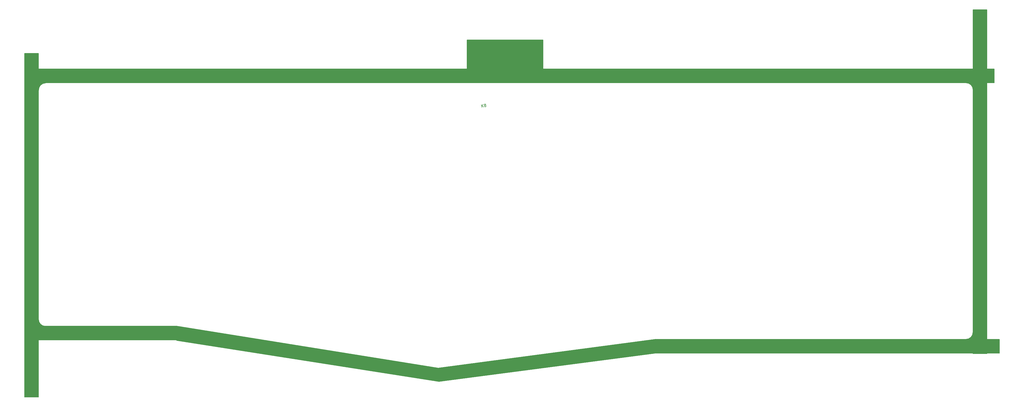
<source format=gbr>
%TF.GenerationSoftware,KiCad,Pcbnew,(6.0.1)*%
%TF.CreationDate,2022-01-26T13:37:34+07:00*%
%TF.ProjectId,Maja V1 PCB Redesign,4d616a61-2056-4312-9050-434220526564,rev?*%
%TF.SameCoordinates,Original*%
%TF.FileFunction,Legend,Top*%
%TF.FilePolarity,Positive*%
%FSLAX46Y46*%
G04 Gerber Fmt 4.6, Leading zero omitted, Abs format (unit mm)*
G04 Created by KiCad (PCBNEW (6.0.1)) date 2022-01-26 13:37:34*
%MOMM*%
%LPD*%
G01*
G04 APERTURE LIST*
%ADD10C,0.150000*%
G04 APERTURE END LIST*
D10*
X198842140Y-76082321D02*
X226092140Y-76082321D01*
X226092140Y-76082321D02*
X226092140Y-88182321D01*
X226092140Y-88182321D02*
X198842140Y-88182321D01*
X198842140Y-88182321D02*
X198842140Y-76082321D01*
G36*
X198842140Y-76082321D02*
G01*
X226092140Y-76082321D01*
X226092140Y-88182321D01*
X198842140Y-88182321D01*
X198842140Y-76082321D01*
G37*
X266392140Y-183482321D02*
X389792140Y-183482321D01*
X389792140Y-183482321D02*
X389792140Y-188482321D01*
X389792140Y-188482321D02*
X266392140Y-188482321D01*
X266392140Y-188482321D02*
X266392140Y-183482321D01*
G36*
X266392140Y-183482321D02*
G01*
X389792140Y-183482321D01*
X389792140Y-188482321D01*
X266392140Y-188482321D01*
X266392140Y-183482321D01*
G37*
X40267140Y-178782321D02*
X94767140Y-178782321D01*
X94767140Y-178782321D02*
X94767140Y-183782321D01*
X94767140Y-183782321D02*
X40267140Y-183782321D01*
X40267140Y-183782321D02*
X40267140Y-178782321D01*
G36*
X40267140Y-178782321D02*
G01*
X94767140Y-178782321D01*
X94767140Y-183782321D01*
X40267140Y-183782321D01*
X40267140Y-178782321D01*
G37*
X380317140Y-188632321D02*
X385317140Y-188632321D01*
X385317140Y-188632321D02*
X385317140Y-65232321D01*
X385317140Y-65232321D02*
X380317140Y-65232321D01*
X380317140Y-65232321D02*
X380317140Y-188632321D01*
G36*
X380317140Y-188632321D02*
G01*
X385317140Y-188632321D01*
X385317140Y-65232321D01*
X380317140Y-65232321D01*
X380317140Y-188632321D01*
G37*
X377781430Y-183482465D02*
G75*
G03*
X380281429Y-180931968I-997J2501476D01*
G01*
X47817140Y-90732321D02*
X47752850Y-91532175D01*
X47752850Y-91532175D02*
X47517140Y-91532321D01*
X47517140Y-91532321D02*
X46917140Y-91632321D01*
X46917140Y-91632321D02*
X46067140Y-92132321D01*
X46067140Y-92132321D02*
X45667140Y-92682321D01*
X45667140Y-92682321D02*
X45317140Y-93332321D01*
X45317140Y-93332321D02*
X45252851Y-94082674D01*
X45252851Y-94082674D02*
X44467140Y-94882321D01*
X44467140Y-94882321D02*
X43567140Y-93382321D01*
X43567140Y-93382321D02*
X43217140Y-91432321D01*
X43217140Y-91432321D02*
X45367140Y-90682321D01*
X45367140Y-90682321D02*
X47817140Y-90732321D01*
G36*
X47817140Y-90732321D02*
G01*
X47752850Y-91532175D01*
X47517140Y-91532321D01*
X46917140Y-91632321D01*
X46067140Y-92132321D01*
X45667140Y-92682321D01*
X45317140Y-93332321D01*
X45252851Y-94082674D01*
X44467140Y-94882321D01*
X43567140Y-93382321D01*
X43217140Y-91432321D01*
X45367140Y-90682321D01*
X47817140Y-90732321D01*
G37*
X47817140Y-90732321D02*
X47752850Y-91532175D01*
X47517140Y-91532321D01*
X46917140Y-91632321D01*
X46067140Y-92132321D01*
X45667140Y-92682321D01*
X45317140Y-93332321D01*
X45252851Y-94082674D01*
X44467140Y-94882321D01*
X43567140Y-93382321D01*
X43217140Y-91432321D01*
X45367140Y-90682321D01*
X47817140Y-90732321D01*
X377717140Y-184282321D02*
X377781430Y-183482467D01*
X377781430Y-183482467D02*
X378017140Y-183482321D01*
X378017140Y-183482321D02*
X378617140Y-183382321D01*
X378617140Y-183382321D02*
X379467140Y-182882321D01*
X379467140Y-182882321D02*
X379867140Y-182332321D01*
X379867140Y-182332321D02*
X380217140Y-181682321D01*
X380217140Y-181682321D02*
X380281429Y-180931968D01*
X380281429Y-180931968D02*
X381067140Y-180132321D01*
X381067140Y-180132321D02*
X381967140Y-181632321D01*
X381967140Y-181632321D02*
X382317140Y-183582321D01*
X382317140Y-183582321D02*
X380167140Y-184332321D01*
X380167140Y-184332321D02*
X377717140Y-184282321D01*
G36*
X381967140Y-181632321D02*
G01*
X382317140Y-183582321D01*
X380167140Y-184332321D01*
X377717140Y-184282321D01*
X377781430Y-183482467D01*
X378017140Y-183482321D01*
X378617140Y-183382321D01*
X379467140Y-182882321D01*
X379867140Y-182332321D01*
X380217140Y-181682321D01*
X380281429Y-180931968D01*
X381067140Y-180132321D01*
X381967140Y-181632321D01*
G37*
X381967140Y-181632321D02*
X382317140Y-183582321D01*
X380167140Y-184332321D01*
X377717140Y-184282321D01*
X377781430Y-183482467D01*
X378017140Y-183482321D01*
X378617140Y-183382321D01*
X379467140Y-182882321D01*
X379867140Y-182332321D01*
X380217140Y-181682321D01*
X380281429Y-180931968D01*
X381067140Y-180132321D01*
X381967140Y-181632321D01*
X380317284Y-93968031D02*
G75*
G03*
X377766787Y-91468032I-2501476J-997D01*
G01*
X381117140Y-94032321D02*
X380317286Y-93968031D01*
X380317286Y-93968031D02*
X380317140Y-93732321D01*
X380317140Y-93732321D02*
X380217140Y-93132321D01*
X380217140Y-93132321D02*
X379717140Y-92282321D01*
X379717140Y-92282321D02*
X379167140Y-91882321D01*
X379167140Y-91882321D02*
X378517140Y-91532321D01*
X378517140Y-91532321D02*
X377766787Y-91468032D01*
X377766787Y-91468032D02*
X376967140Y-90682321D01*
X376967140Y-90682321D02*
X378467140Y-89782321D01*
X378467140Y-89782321D02*
X380417140Y-89432321D01*
X380417140Y-89432321D02*
X381167140Y-91582321D01*
X381167140Y-91582321D02*
X381117140Y-94032321D01*
G36*
X381167140Y-91582321D02*
G01*
X381117140Y-94032321D01*
X380317286Y-93968031D01*
X380317140Y-93732321D01*
X380217140Y-93132321D01*
X379717140Y-92282321D01*
X379167140Y-91882321D01*
X378517140Y-91532321D01*
X377766787Y-91468032D01*
X376967140Y-90682321D01*
X378467140Y-89782321D01*
X380417140Y-89432321D01*
X381167140Y-91582321D01*
G37*
X381167140Y-91582321D02*
X381117140Y-94032321D01*
X380317286Y-93968031D01*
X380317140Y-93732321D01*
X380217140Y-93132321D01*
X379717140Y-92282321D01*
X379167140Y-91882321D01*
X378517140Y-91532321D01*
X377766787Y-91468032D01*
X376967140Y-90682321D01*
X378467140Y-89782321D01*
X380417140Y-89432321D01*
X381167140Y-91582321D01*
X44417140Y-176232321D02*
X45216994Y-176296611D01*
X45216994Y-176296611D02*
X45217140Y-176532321D01*
X45217140Y-176532321D02*
X45317140Y-177132321D01*
X45317140Y-177132321D02*
X45817140Y-177982321D01*
X45817140Y-177982321D02*
X46367140Y-178382321D01*
X46367140Y-178382321D02*
X47017140Y-178732321D01*
X47017140Y-178732321D02*
X47767493Y-178796610D01*
X47767493Y-178796610D02*
X48567140Y-179582321D01*
X48567140Y-179582321D02*
X47067140Y-180482321D01*
X47067140Y-180482321D02*
X45117140Y-180832321D01*
X45117140Y-180832321D02*
X44367140Y-178682321D01*
X44367140Y-178682321D02*
X44417140Y-176232321D01*
G36*
X45216994Y-176296611D02*
G01*
X45217140Y-176532321D01*
X45317140Y-177132321D01*
X45817140Y-177982321D01*
X46367140Y-178382321D01*
X47017140Y-178732321D01*
X47767493Y-178796610D01*
X48567140Y-179582321D01*
X47067140Y-180482321D01*
X45117140Y-180832321D01*
X44367140Y-178682321D01*
X44417140Y-176232321D01*
X45216994Y-176296611D01*
G37*
X45216994Y-176296611D02*
X45217140Y-176532321D01*
X45317140Y-177132321D01*
X45817140Y-177982321D01*
X46367140Y-178382321D01*
X47017140Y-178732321D01*
X47767493Y-178796610D01*
X48567140Y-179582321D01*
X47067140Y-180482321D01*
X45117140Y-180832321D01*
X44367140Y-178682321D01*
X44417140Y-176232321D01*
X45216994Y-176296611D01*
X47752850Y-91532177D02*
G75*
G03*
X45252851Y-94082674I997J-2501476D01*
G01*
X45216996Y-176296611D02*
G75*
G03*
X47767493Y-178796610I2501476J997D01*
G01*
X188517140Y-193782321D02*
X266392140Y-183482321D01*
X266392140Y-183482321D02*
X266392140Y-188482321D01*
X266392140Y-188482321D02*
X188804461Y-198668584D01*
X188804461Y-198668584D02*
X94767140Y-183882321D01*
X94767140Y-183882321D02*
X94767140Y-178782321D01*
X94767140Y-178782321D02*
X188517140Y-193782321D01*
G36*
X188517140Y-193782321D02*
G01*
X266392140Y-183482321D01*
X266392140Y-188482321D01*
X188804461Y-198668584D01*
X94767140Y-183882321D01*
X94767140Y-178782321D01*
X188517140Y-193782321D01*
G37*
X188517140Y-193782321D02*
X266392140Y-183482321D01*
X266392140Y-188482321D01*
X188804461Y-198668584D01*
X94767140Y-183882321D01*
X94767140Y-178782321D01*
X188517140Y-193782321D01*
X387967140Y-91482321D02*
X41317140Y-91482321D01*
X41317140Y-91482321D02*
X41317140Y-86482321D01*
X41317140Y-86482321D02*
X387967140Y-86482321D01*
X387967140Y-86482321D02*
X387967140Y-91482321D01*
G36*
X387967140Y-91482321D02*
G01*
X41317140Y-91482321D01*
X41317140Y-86482321D01*
X387967140Y-86482321D01*
X387967140Y-91482321D01*
G37*
X40217140Y-204232321D02*
X45217140Y-204232321D01*
X45217140Y-204232321D02*
X45217140Y-80832321D01*
X45217140Y-80832321D02*
X40217140Y-80832321D01*
X40217140Y-80832321D02*
X40217140Y-204232321D01*
G36*
X40217140Y-204232321D02*
G01*
X45217140Y-204232321D01*
X45217140Y-80832321D01*
X40217140Y-80832321D01*
X40217140Y-204232321D01*
G37*
%TO.C,K8*%
X204211543Y-100259702D02*
X204037895Y-99274894D01*
X204774290Y-100160474D02*
X204253002Y-99672147D01*
X204600642Y-99175666D02*
X204137122Y-99837641D01*
X205237810Y-99498499D02*
X205135750Y-99468142D01*
X205080585Y-99429515D01*
X205017151Y-99343993D01*
X205008883Y-99297097D01*
X205039240Y-99195037D01*
X205077867Y-99139872D01*
X205163389Y-99076439D01*
X205350972Y-99043363D01*
X205453032Y-99073721D01*
X205508196Y-99112347D01*
X205571630Y-99197870D01*
X205579899Y-99244765D01*
X205549541Y-99346825D01*
X205510914Y-99401990D01*
X205425392Y-99465423D01*
X205237810Y-99498499D01*
X205152288Y-99561933D01*
X205113661Y-99617097D01*
X205083303Y-99719158D01*
X205116379Y-99906740D01*
X205179813Y-99992262D01*
X205234977Y-100030889D01*
X205337037Y-100061247D01*
X205524620Y-100028171D01*
X205610142Y-99964737D01*
X205648769Y-99909573D01*
X205679126Y-99807512D01*
X205646050Y-99619930D01*
X205582617Y-99534408D01*
X205527452Y-99495781D01*
X205425392Y-99465423D01*
%TD*%
M02*

</source>
